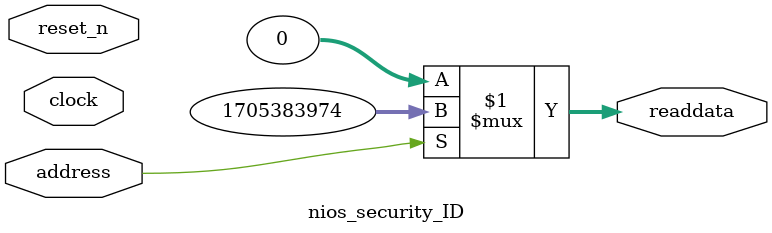
<source format=v>



// synthesis translate_off
`timescale 1ns / 1ps
// synthesis translate_on

// turn off superfluous verilog processor warnings 
// altera message_level Level1 
// altera message_off 10034 10035 10036 10037 10230 10240 10030 

module nios_security_ID (
               // inputs:
                address,
                clock,
                reset_n,

               // outputs:
                readdata
             )
;

  output  [ 31: 0] readdata;
  input            address;
  input            clock;
  input            reset_n;

  wire    [ 31: 0] readdata;
  //control_slave, which is an e_avalon_slave
  assign readdata = address ? 1705383974 : 0;

endmodule



</source>
